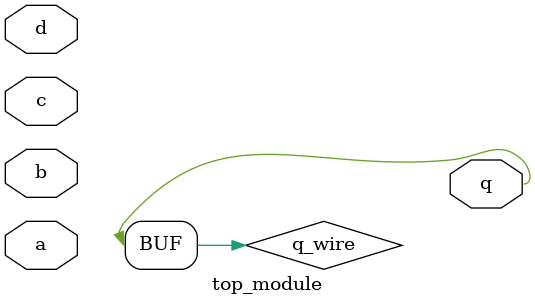
<source format=sv>
module top_module (
  input a,
  input b,
  input c,
  input d,
  output q
);

  wire q_wire;
  
  or gate1(
    .a(b),
    .b(c),
    .q(q_wire)
  );
  
  assign q = q_wire;

endmodule

</source>
